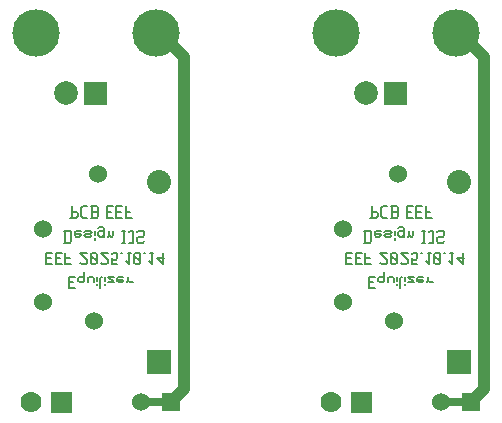
<source format=gbl>
G04 start of page 2 for group 16 layer_idx 1 *
G04 Title: (unknown), bottom_copper *
G04 Creator: pcb-rnd 3.1.8-dev *
G04 CreationDate: 2025-10-15 01:59:16 UTC *
G04 For:  *
G04 Format: Gerber/RS-274X *
G04 PCB-Dimensions: 300000 400000 *
G04 PCB-Coordinate-Origin: lower left *
%MOIN*%
%FSLAX25Y25*%
%LNBOTTOM_COPPER_NONE_16*%
%ADD35C,0.0520*%
%ADD34C,0.0380*%
%ADD33C,0.0350*%
%ADD32C,0.0790*%
%ADD31C,0.0787*%
%ADD30C,0.0800*%
%ADD29C,0.0700*%
%ADD28C,0.0001*%
%ADD27C,0.0600*%
%ADD26C,0.1580*%
%ADD25C,0.0070*%
%ADD24C,0.0250*%
%ADD23C,0.0400*%
G54D23*X46500Y193193D02*Y193000D01*
X93500Y140000D02*Y250500D01*
X83000Y261000D01*
X89000Y135500D02*X93500Y140000D01*
G54D24*X79000Y135500D02*X89000D01*
G54D23*X189000D02*X193500Y140000D01*
X146500Y193193D02*Y193000D01*
G54D24*X179000Y135500D02*X189000D01*
G54D23*X193500Y140000D02*Y250500D01*
X183000Y261000D01*
G54D25*X55000Y175470D02*X56485D01*
X55000Y177450D02*X56980D01*
X55000Y173490D02*Y177450D01*
Y173490D02*X56980D01*
X60148Y175965D02*Y178935D01*
X59653Y175470D02*X60148Y175965D01*
X58663Y175470D02*X59653D01*
X58168Y175965D02*X58663Y175470D01*
X58168Y175965D02*Y176955D01*
X58663Y177450D01*
X59653D01*
X60148Y176955D01*
X61336Y175470D02*Y176955D01*
X61831Y177450D01*
X62821D01*
X63316Y176955D01*
Y175470D02*Y176955D01*
X64504Y174480D02*Y174975D01*
Y175965D02*Y177450D01*
X65494Y173490D02*Y176955D01*
X65989Y177450D01*
X66979Y174480D02*Y174975D01*
Y175965D02*Y177450D01*
X67969Y175470D02*X69949D01*
X67969Y177450D02*X69949Y175470D01*
X67969Y177450D02*X69949D01*
X71632D02*X73117D01*
X71137Y176955D02*X71632Y177450D01*
X71137Y175965D02*Y176955D01*
Y175965D02*X71632Y175470D01*
X72622D01*
X73117Y175965D01*
X71137Y176460D02*X73117D01*
Y175965D01*
X74800D02*Y177450D01*
Y175965D02*X75295Y175470D01*
X76285D01*
X74305D02*X74800Y175965D01*
X47500Y183470D02*X48985D01*
X47500Y185450D02*X49480D01*
X47500Y181490D02*Y185450D01*
Y181490D02*X49480D01*
X50668Y183470D02*X52153D01*
X50668Y185450D02*X52648D01*
X50668Y181490D02*Y185450D01*
Y181490D02*X52648D01*
X53836D02*Y185450D01*
Y181490D02*X55816D01*
X53836Y183470D02*X55321D01*
X58786Y181985D02*X59281Y181490D01*
X60766D01*
X61261Y181985D01*
Y182975D01*
X58786Y185450D02*X61261Y182975D01*
X58786Y185450D02*X61261D01*
X62449Y184955D02*X62944Y185450D01*
X62449Y181985D02*Y184955D01*
Y181985D02*X62944Y181490D01*
X63934D01*
X64429Y181985D01*
Y184955D01*
X63934Y185450D02*X64429Y184955D01*
X62944Y185450D02*X63934D01*
X62449Y184460D02*X64429Y182480D01*
X65617Y181985D02*X66112Y181490D01*
X67597D01*
X68092Y181985D01*
Y182975D01*
X65617Y185450D02*X68092Y182975D01*
X65617Y185450D02*X68092D01*
X69280Y181490D02*X71260D01*
X69280D02*Y183470D01*
X69775Y182975D01*
X70765D01*
X71260Y183470D01*
Y184955D01*
X70765Y185450D02*X71260Y184955D01*
X69775Y185450D02*X70765D01*
X69280Y184955D02*X69775Y185450D01*
X72448D02*X72943D01*
X74626D02*X75616D01*
X75121Y181490D02*Y185450D01*
X74131Y182480D02*X75121Y181490D01*
X76804Y184955D02*X77299Y185450D01*
X76804Y181985D02*Y184955D01*
Y181985D02*X77299Y181490D01*
X78289D01*
X78784Y181985D01*
Y184955D01*
X78289Y185450D02*X78784Y184955D01*
X77299Y185450D02*X78289D01*
X76804Y184460D02*X78784Y182480D01*
X79972Y185450D02*X80467D01*
X82150D02*X83140D01*
X82645Y181490D02*Y185450D01*
X81655Y182480D02*X82645Y181490D01*
X84328Y183470D02*X86308Y181490D01*
X84328Y183470D02*X86803D01*
X86308Y181490D02*Y185450D01*
X53802Y188683D02*Y192643D01*
X55287Y188683D02*X55782Y189178D01*
Y192148D01*
X55287Y192643D02*X55782Y192148D01*
X53307Y192643D02*X55287D01*
X53307Y188683D02*X55287D01*
X57465Y192643D02*X58950D01*
X56970Y192148D02*X57465Y192643D01*
X56970Y191158D02*Y192148D01*
Y191158D02*X57465Y190663D01*
X58455D01*
X58950Y191158D01*
X56970Y191653D02*X58950D01*
Y191158D01*
X60633Y192643D02*X62118D01*
X62613Y192148D01*
X62118Y191653D02*X62613Y192148D01*
X60633Y191653D02*X62118D01*
X60138Y191158D02*X60633Y191653D01*
X60138Y191158D02*X60633Y190663D01*
X62118D01*
X62613Y191158D01*
X60138Y192148D02*X60633Y192643D01*
X63801Y189673D02*Y190168D01*
Y191158D02*Y192643D01*
X66276Y190663D02*X66771Y191158D01*
X65286Y190663D02*X66276D01*
X64791Y191158D02*X65286Y190663D01*
X64791Y191158D02*Y192148D01*
X65286Y192643D01*
X66276D01*
X66771Y192148D01*
X64791Y193633D02*X65286Y194128D01*
X66276D01*
X66771Y193633D01*
Y190663D02*Y193633D01*
X68454Y191158D02*Y192643D01*
Y191158D02*X68949Y190663D01*
X69444D01*
X69939Y191158D01*
Y192643D01*
X67959Y190663D02*X68454Y191158D01*
X72909Y188683D02*X73899D01*
X73404D02*Y192643D01*
X72909D02*X73899D01*
X75087Y188683D02*X76572D01*
Y192148D01*
X76077Y192643D02*X76572Y192148D01*
X75582Y192643D02*X76077D01*
X75087Y192148D02*X75582Y192643D01*
X79740Y188683D02*X80235Y189178D01*
X78255Y188683D02*X79740D01*
X77760Y189178D02*X78255Y188683D01*
X77760Y189178D02*Y190168D01*
X78255Y190663D01*
X79740D01*
X80235Y191158D01*
Y192148D01*
X79740Y192643D02*X80235Y192148D01*
X78255Y192643D02*X79740D01*
X77760Y192148D02*X78255Y192643D01*
X55995Y196990D02*Y200950D01*
X55500Y196990D02*X57480D01*
X57975Y197485D01*
Y198475D01*
X57480Y198970D02*X57975Y198475D01*
X55995Y198970D02*X57480D01*
X59658Y200950D02*X61143D01*
X59163Y200455D02*X59658Y200950D01*
X59163Y197485D02*Y200455D01*
Y197485D02*X59658Y196990D01*
X61143D01*
X62331Y200950D02*X64311D01*
X64806Y200455D01*
Y199465D02*Y200455D01*
X64311Y198970D02*X64806Y199465D01*
X62826Y198970D02*X64311D01*
X62826Y196990D02*Y200950D01*
X62331Y196990D02*X64311D01*
X64806Y197485D01*
Y198475D01*
X64311Y198970D02*X64806Y198475D01*
X67776Y198970D02*X69261D01*
X67776Y200950D02*X69756D01*
X67776Y196990D02*Y200950D01*
Y196990D02*X69756D01*
X70944Y198970D02*X72429D01*
X70944Y200950D02*X72924D01*
X70944Y196990D02*Y200950D01*
Y196990D02*X72924D01*
X74112D02*Y200950D01*
Y196990D02*X76092D01*
X74112Y198970D02*X75597D01*
X155000Y175470D02*X156485D01*
X155000Y177450D02*X156980D01*
X155000Y173490D02*Y177450D01*
Y173490D02*X156980D01*
X160148Y175965D02*Y178935D01*
X159653Y175470D02*X160148Y175965D01*
X158663Y175470D02*X159653D01*
X158168Y175965D02*X158663Y175470D01*
X158168Y175965D02*Y176955D01*
X158663Y177450D01*
X159653D01*
X160148Y176955D01*
X161336Y175470D02*Y176955D01*
X161831Y177450D01*
X162821D01*
X163316Y176955D01*
Y175470D02*Y176955D01*
X164504Y174480D02*Y174975D01*
Y175965D02*Y177450D01*
X165494Y173490D02*Y176955D01*
X165989Y177450D01*
X166979Y174480D02*Y174975D01*
Y175965D02*Y177450D01*
X167969Y175470D02*X169949D01*
X167969Y177450D02*X169949Y175470D01*
X167969Y177450D02*X169949D01*
X171632D02*X173117D01*
X171137Y176955D02*X171632Y177450D01*
X171137Y175965D02*Y176955D01*
Y175965D02*X171632Y175470D01*
X172622D01*
X173117Y175965D01*
X171137Y176460D02*X173117D01*
Y175965D01*
X174800D02*Y177450D01*
Y175965D02*X175295Y175470D01*
X176285D01*
X174305D02*X174800Y175965D01*
X147500Y183470D02*X148985D01*
X147500Y185450D02*X149480D01*
X147500Y181490D02*Y185450D01*
Y181490D02*X149480D01*
X150668Y183470D02*X152153D01*
X150668Y185450D02*X152648D01*
X150668Y181490D02*Y185450D01*
Y181490D02*X152648D01*
X153836D02*Y185450D01*
Y181490D02*X155816D01*
X153836Y183470D02*X155321D01*
X158786Y181985D02*X159281Y181490D01*
X160766D01*
X161261Y181985D01*
Y182975D01*
X158786Y185450D02*X161261Y182975D01*
X158786Y185450D02*X161261D01*
X162449Y184955D02*X162944Y185450D01*
X162449Y181985D02*Y184955D01*
Y181985D02*X162944Y181490D01*
X163934D01*
X164429Y181985D01*
Y184955D01*
X163934Y185450D02*X164429Y184955D01*
X162944Y185450D02*X163934D01*
X162449Y184460D02*X164429Y182480D01*
X165617Y181985D02*X166112Y181490D01*
X167597D01*
X168092Y181985D01*
Y182975D01*
X165617Y185450D02*X168092Y182975D01*
X165617Y185450D02*X168092D01*
X169280Y181490D02*X171260D01*
X169280D02*Y183470D01*
X169775Y182975D01*
X170765D01*
X171260Y183470D01*
Y184955D01*
X170765Y185450D02*X171260Y184955D01*
X169775Y185450D02*X170765D01*
X169280Y184955D02*X169775Y185450D01*
X172448D02*X172943D01*
X174626D02*X175616D01*
X175121Y181490D02*Y185450D01*
X174131Y182480D02*X175121Y181490D01*
X176804Y184955D02*X177299Y185450D01*
X176804Y181985D02*Y184955D01*
Y181985D02*X177299Y181490D01*
X178289D01*
X178784Y181985D01*
Y184955D01*
X178289Y185450D02*X178784Y184955D01*
X177299Y185450D02*X178289D01*
X176804Y184460D02*X178784Y182480D01*
X179972Y185450D02*X180467D01*
X182150D02*X183140D01*
X182645Y181490D02*Y185450D01*
X181655Y182480D02*X182645Y181490D01*
X184328Y183470D02*X186308Y181490D01*
X184328Y183470D02*X186803D01*
X186308Y181490D02*Y185450D01*
X153802Y188683D02*Y192643D01*
X155287Y188683D02*X155782Y189178D01*
Y192148D01*
X155287Y192643D02*X155782Y192148D01*
X153307Y192643D02*X155287D01*
X153307Y188683D02*X155287D01*
X157465Y192643D02*X158950D01*
X156970Y192148D02*X157465Y192643D01*
X156970Y191158D02*Y192148D01*
Y191158D02*X157465Y190663D01*
X158455D01*
X158950Y191158D01*
X156970Y191653D02*X158950D01*
Y191158D01*
X160633Y192643D02*X162118D01*
X162613Y192148D01*
X162118Y191653D02*X162613Y192148D01*
X160633Y191653D02*X162118D01*
X160138Y191158D02*X160633Y191653D01*
X160138Y191158D02*X160633Y190663D01*
X162118D01*
X162613Y191158D01*
X160138Y192148D02*X160633Y192643D01*
X163801Y189673D02*Y190168D01*
Y191158D02*Y192643D01*
X166276Y190663D02*X166771Y191158D01*
X165286Y190663D02*X166276D01*
X164791Y191158D02*X165286Y190663D01*
X164791Y191158D02*Y192148D01*
X165286Y192643D01*
X166276D01*
X166771Y192148D01*
X164791Y193633D02*X165286Y194128D01*
X166276D01*
X166771Y193633D01*
Y190663D02*Y193633D01*
X168454Y191158D02*Y192643D01*
Y191158D02*X168949Y190663D01*
X169444D01*
X169939Y191158D01*
Y192643D01*
X167959Y190663D02*X168454Y191158D01*
X172909Y188683D02*X173899D01*
X173404D02*Y192643D01*
X172909D02*X173899D01*
X175087Y188683D02*X176572D01*
Y192148D01*
X176077Y192643D02*X176572Y192148D01*
X175582Y192643D02*X176077D01*
X175087Y192148D02*X175582Y192643D01*
X179740Y188683D02*X180235Y189178D01*
X178255Y188683D02*X179740D01*
X177760Y189178D02*X178255Y188683D01*
X177760Y189178D02*Y190168D01*
X178255Y190663D01*
X179740D01*
X180235Y191158D01*
Y192148D01*
X179740Y192643D02*X180235Y192148D01*
X178255Y192643D02*X179740D01*
X177760Y192148D02*X178255Y192643D01*
X155995Y196990D02*Y200950D01*
X155500Y196990D02*X157480D01*
X157975Y197485D01*
Y198475D01*
X157480Y198970D02*X157975Y198475D01*
X155995Y198970D02*X157480D01*
X159658Y200950D02*X161143D01*
X159163Y200455D02*X159658Y200950D01*
X159163Y197485D02*Y200455D01*
Y197485D02*X159658Y196990D01*
X161143D01*
X162331Y200950D02*X164311D01*
X164806Y200455D01*
Y199465D02*Y200455D01*
X164311Y198970D02*X164806Y199465D01*
X162826Y198970D02*X164311D01*
X162826Y196990D02*Y200950D01*
X162331Y196990D02*X164311D01*
X164806Y197485D01*
Y198475D01*
X164311Y198970D02*X164806Y198475D01*
X167776Y198970D02*X169261D01*
X167776Y200950D02*X169756D01*
X167776Y196990D02*Y200950D01*
Y196990D02*X169756D01*
X170944Y198970D02*X172429D01*
X170944Y200950D02*X172924D01*
X170944Y196990D02*Y200950D01*
Y196990D02*X172924D01*
X174112D02*Y200950D01*
Y196990D02*X176092D01*
X174112Y198970D02*X175597D01*
G54D26*X44000Y258500D03*
X84000D03*
X144000D03*
X184000D03*
G54D27*X46500Y168900D03*
Y193193D03*
X63500Y162500D03*
X64807Y211500D03*
G54D28*G36*
X49000Y139000D02*X56000D01*
Y132000D01*
X49000D01*
Y139000D01*
G37*
G54D29*X42500Y135500D03*
G54D27*X79000D03*
G54D28*G36*
X81000Y153000D02*X89000D01*
Y145000D01*
X81000D01*
Y153000D01*
G37*
G36*
X86000Y138500D02*X92000D01*
Y132500D01*
X86000D01*
Y138500D01*
G37*
G36*
X181000Y153000D02*X189000D01*
Y145000D01*
X181000D01*
Y153000D01*
G37*
G36*
X149000Y139000D02*X156000D01*
Y132000D01*
X149000D01*
Y139000D01*
G37*
G54D29*X142500Y135500D03*
G54D27*X179000D03*
X146500Y168900D03*
X163500Y162500D03*
G54D28*G36*
X186000Y138500D02*X192000D01*
Y132500D01*
X186000D01*
Y138500D01*
G37*
G54D30*X85000Y209000D03*
X185000D03*
G54D27*X146500Y193193D03*
X164807Y211500D03*
G54D28*G36*
X60063Y242437D02*Y234563D01*
X67937D01*
Y242437D01*
X60063D01*
G37*
G54D31*X54000Y238500D03*
G54D28*G36*
X160063Y242437D02*Y234563D01*
X167937D01*
Y242437D01*
X160063D01*
G37*
G54D31*X154000Y238500D03*
G54D32*G54D33*G54D34*G54D35*G54D34*G54D35*G54D34*G54D33*G54D34*G54D35*G54D33*M02*

</source>
